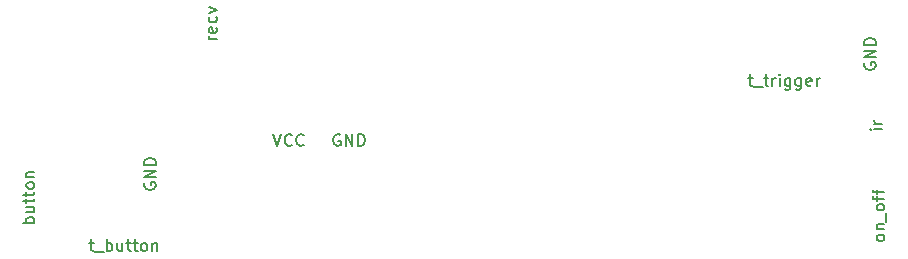
<source format=gbr>
%TF.GenerationSoftware,KiCad,Pcbnew,6.0.10-1.fc36*%
%TF.CreationDate,2023-01-12T14:27:36+01:00*%
%TF.ProjectId,wererabbit_game,77657265-7261-4626-9269-745f67616d65,rev?*%
%TF.SameCoordinates,Original*%
%TF.FileFunction,AssemblyDrawing,Bot*%
%FSLAX46Y46*%
G04 Gerber Fmt 4.6, Leading zero omitted, Abs format (unit mm)*
G04 Created by KiCad (PCBNEW 6.0.10-1.fc36) date 2023-01-12 14:27:36*
%MOMM*%
%LPD*%
G01*
G04 APERTURE LIST*
%ADD10C,0.150000*%
G04 APERTURE END LIST*
D10*
%TO.C,J8a1*%
X104997619Y-123955714D02*
X105378571Y-123955714D01*
X105140476Y-123622380D02*
X105140476Y-124479523D01*
X105188095Y-124574761D01*
X105283333Y-124622380D01*
X105378571Y-124622380D01*
X105473809Y-124717619D02*
X106235714Y-124717619D01*
X106473809Y-124622380D02*
X106473809Y-123622380D01*
X106473809Y-124003333D02*
X106569047Y-123955714D01*
X106759523Y-123955714D01*
X106854761Y-124003333D01*
X106902380Y-124050952D01*
X106950000Y-124146190D01*
X106950000Y-124431904D01*
X106902380Y-124527142D01*
X106854761Y-124574761D01*
X106759523Y-124622380D01*
X106569047Y-124622380D01*
X106473809Y-124574761D01*
X107807142Y-123955714D02*
X107807142Y-124622380D01*
X107378571Y-123955714D02*
X107378571Y-124479523D01*
X107426190Y-124574761D01*
X107521428Y-124622380D01*
X107664285Y-124622380D01*
X107759523Y-124574761D01*
X107807142Y-124527142D01*
X108140476Y-123955714D02*
X108521428Y-123955714D01*
X108283333Y-123622380D02*
X108283333Y-124479523D01*
X108330952Y-124574761D01*
X108426190Y-124622380D01*
X108521428Y-124622380D01*
X108711904Y-123955714D02*
X109092857Y-123955714D01*
X108854761Y-123622380D02*
X108854761Y-124479523D01*
X108902380Y-124574761D01*
X108997619Y-124622380D01*
X109092857Y-124622380D01*
X109569047Y-124622380D02*
X109473809Y-124574761D01*
X109426190Y-124527142D01*
X109378571Y-124431904D01*
X109378571Y-124146190D01*
X109426190Y-124050952D01*
X109473809Y-124003333D01*
X109569047Y-123955714D01*
X109711904Y-123955714D01*
X109807142Y-124003333D01*
X109854761Y-124050952D01*
X109902380Y-124146190D01*
X109902380Y-124431904D01*
X109854761Y-124527142D01*
X109807142Y-124574761D01*
X109711904Y-124622380D01*
X109569047Y-124622380D01*
X110330952Y-123955714D02*
X110330952Y-124622380D01*
X110330952Y-124050952D02*
X110378571Y-124003333D01*
X110473809Y-123955714D01*
X110616666Y-123955714D01*
X110711904Y-124003333D01*
X110759523Y-124098571D01*
X110759523Y-124622380D01*
%TO.C,JGND1*%
X126238095Y-114780000D02*
X126142857Y-114732380D01*
X126000000Y-114732380D01*
X125857142Y-114780000D01*
X125761904Y-114875238D01*
X125714285Y-114970476D01*
X125666666Y-115160952D01*
X125666666Y-115303809D01*
X125714285Y-115494285D01*
X125761904Y-115589523D01*
X125857142Y-115684761D01*
X126000000Y-115732380D01*
X126095238Y-115732380D01*
X126238095Y-115684761D01*
X126285714Y-115637142D01*
X126285714Y-115303809D01*
X126095238Y-115303809D01*
X126714285Y-115732380D02*
X126714285Y-114732380D01*
X127285714Y-115732380D01*
X127285714Y-114732380D01*
X127761904Y-115732380D02*
X127761904Y-114732380D01*
X128000000Y-114732380D01*
X128142857Y-114780000D01*
X128238095Y-114875238D01*
X128285714Y-114970476D01*
X128333333Y-115160952D01*
X128333333Y-115303809D01*
X128285714Y-115494285D01*
X128238095Y-115589523D01*
X128142857Y-115684761D01*
X128000000Y-115732380D01*
X127761904Y-115732380D01*
%TO.C,J8*%
X100352380Y-122252857D02*
X99352380Y-122252857D01*
X99733333Y-122252857D02*
X99685714Y-122157619D01*
X99685714Y-121967142D01*
X99733333Y-121871904D01*
X99780952Y-121824285D01*
X99876190Y-121776666D01*
X100161904Y-121776666D01*
X100257142Y-121824285D01*
X100304761Y-121871904D01*
X100352380Y-121967142D01*
X100352380Y-122157619D01*
X100304761Y-122252857D01*
X99685714Y-120919523D02*
X100352380Y-120919523D01*
X99685714Y-121348095D02*
X100209523Y-121348095D01*
X100304761Y-121300476D01*
X100352380Y-121205238D01*
X100352380Y-121062380D01*
X100304761Y-120967142D01*
X100257142Y-120919523D01*
X99685714Y-120586190D02*
X99685714Y-120205238D01*
X99352380Y-120443333D02*
X100209523Y-120443333D01*
X100304761Y-120395714D01*
X100352380Y-120300476D01*
X100352380Y-120205238D01*
X99685714Y-120014761D02*
X99685714Y-119633809D01*
X99352380Y-119871904D02*
X100209523Y-119871904D01*
X100304761Y-119824285D01*
X100352380Y-119729047D01*
X100352380Y-119633809D01*
X100352380Y-119157619D02*
X100304761Y-119252857D01*
X100257142Y-119300476D01*
X100161904Y-119348095D01*
X99876190Y-119348095D01*
X99780952Y-119300476D01*
X99733333Y-119252857D01*
X99685714Y-119157619D01*
X99685714Y-119014761D01*
X99733333Y-118919523D01*
X99780952Y-118871904D01*
X99876190Y-118824285D01*
X100161904Y-118824285D01*
X100257142Y-118871904D01*
X100304761Y-118919523D01*
X100352380Y-119014761D01*
X100352380Y-119157619D01*
X99685714Y-118395714D02*
X100352380Y-118395714D01*
X99780952Y-118395714D02*
X99733333Y-118348095D01*
X99685714Y-118252857D01*
X99685714Y-118110000D01*
X99733333Y-118014761D01*
X99828571Y-117967142D01*
X100352380Y-117967142D01*
%TO.C,J7a1*%
X160782380Y-109985714D02*
X161163333Y-109985714D01*
X160925238Y-109652380D02*
X160925238Y-110509523D01*
X160972857Y-110604761D01*
X161068095Y-110652380D01*
X161163333Y-110652380D01*
X161258571Y-110747619D02*
X162020476Y-110747619D01*
X162115714Y-109985714D02*
X162496666Y-109985714D01*
X162258571Y-109652380D02*
X162258571Y-110509523D01*
X162306190Y-110604761D01*
X162401428Y-110652380D01*
X162496666Y-110652380D01*
X162830000Y-110652380D02*
X162830000Y-109985714D01*
X162830000Y-110176190D02*
X162877619Y-110080952D01*
X162925238Y-110033333D01*
X163020476Y-109985714D01*
X163115714Y-109985714D01*
X163449047Y-110652380D02*
X163449047Y-109985714D01*
X163449047Y-109652380D02*
X163401428Y-109700000D01*
X163449047Y-109747619D01*
X163496666Y-109700000D01*
X163449047Y-109652380D01*
X163449047Y-109747619D01*
X164353809Y-109985714D02*
X164353809Y-110795238D01*
X164306190Y-110890476D01*
X164258571Y-110938095D01*
X164163333Y-110985714D01*
X164020476Y-110985714D01*
X163925238Y-110938095D01*
X164353809Y-110604761D02*
X164258571Y-110652380D01*
X164068095Y-110652380D01*
X163972857Y-110604761D01*
X163925238Y-110557142D01*
X163877619Y-110461904D01*
X163877619Y-110176190D01*
X163925238Y-110080952D01*
X163972857Y-110033333D01*
X164068095Y-109985714D01*
X164258571Y-109985714D01*
X164353809Y-110033333D01*
X165258571Y-109985714D02*
X165258571Y-110795238D01*
X165210952Y-110890476D01*
X165163333Y-110938095D01*
X165068095Y-110985714D01*
X164925238Y-110985714D01*
X164830000Y-110938095D01*
X165258571Y-110604761D02*
X165163333Y-110652380D01*
X164972857Y-110652380D01*
X164877619Y-110604761D01*
X164830000Y-110557142D01*
X164782380Y-110461904D01*
X164782380Y-110176190D01*
X164830000Y-110080952D01*
X164877619Y-110033333D01*
X164972857Y-109985714D01*
X165163333Y-109985714D01*
X165258571Y-110033333D01*
X166115714Y-110604761D02*
X166020476Y-110652380D01*
X165830000Y-110652380D01*
X165734761Y-110604761D01*
X165687142Y-110509523D01*
X165687142Y-110128571D01*
X165734761Y-110033333D01*
X165830000Y-109985714D01*
X166020476Y-109985714D01*
X166115714Y-110033333D01*
X166163333Y-110128571D01*
X166163333Y-110223809D01*
X165687142Y-110319047D01*
X166591904Y-110652380D02*
X166591904Y-109985714D01*
X166591904Y-110176190D02*
X166639523Y-110080952D01*
X166687142Y-110033333D01*
X166782380Y-109985714D01*
X166877619Y-109985714D01*
%TO.C,J10*%
X172332380Y-123578571D02*
X172284761Y-123673809D01*
X172237142Y-123721428D01*
X172141904Y-123769047D01*
X171856190Y-123769047D01*
X171760952Y-123721428D01*
X171713333Y-123673809D01*
X171665714Y-123578571D01*
X171665714Y-123435714D01*
X171713333Y-123340476D01*
X171760952Y-123292857D01*
X171856190Y-123245238D01*
X172141904Y-123245238D01*
X172237142Y-123292857D01*
X172284761Y-123340476D01*
X172332380Y-123435714D01*
X172332380Y-123578571D01*
X171665714Y-122816666D02*
X172332380Y-122816666D01*
X171760952Y-122816666D02*
X171713333Y-122769047D01*
X171665714Y-122673809D01*
X171665714Y-122530952D01*
X171713333Y-122435714D01*
X171808571Y-122388095D01*
X172332380Y-122388095D01*
X172427619Y-122150000D02*
X172427619Y-121388095D01*
X172332380Y-121007142D02*
X172284761Y-121102380D01*
X172237142Y-121150000D01*
X172141904Y-121197619D01*
X171856190Y-121197619D01*
X171760952Y-121150000D01*
X171713333Y-121102380D01*
X171665714Y-121007142D01*
X171665714Y-120864285D01*
X171713333Y-120769047D01*
X171760952Y-120721428D01*
X171856190Y-120673809D01*
X172141904Y-120673809D01*
X172237142Y-120721428D01*
X172284761Y-120769047D01*
X172332380Y-120864285D01*
X172332380Y-121007142D01*
X171665714Y-120388095D02*
X171665714Y-120007142D01*
X172332380Y-120245238D02*
X171475238Y-120245238D01*
X171380000Y-120197619D01*
X171332380Y-120102380D01*
X171332380Y-120007142D01*
X171665714Y-119816666D02*
X171665714Y-119435714D01*
X172332380Y-119673809D02*
X171475238Y-119673809D01*
X171380000Y-119626190D01*
X171332380Y-119530952D01*
X171332380Y-119435714D01*
%TO.C,JGND3*%
X170660000Y-108711904D02*
X170612380Y-108807142D01*
X170612380Y-108950000D01*
X170660000Y-109092857D01*
X170755238Y-109188095D01*
X170850476Y-109235714D01*
X171040952Y-109283333D01*
X171183809Y-109283333D01*
X171374285Y-109235714D01*
X171469523Y-109188095D01*
X171564761Y-109092857D01*
X171612380Y-108950000D01*
X171612380Y-108854761D01*
X171564761Y-108711904D01*
X171517142Y-108664285D01*
X171183809Y-108664285D01*
X171183809Y-108854761D01*
X171612380Y-108235714D02*
X170612380Y-108235714D01*
X171612380Y-107664285D01*
X170612380Y-107664285D01*
X171612380Y-107188095D02*
X170612380Y-107188095D01*
X170612380Y-106950000D01*
X170660000Y-106807142D01*
X170755238Y-106711904D01*
X170850476Y-106664285D01*
X171040952Y-106616666D01*
X171183809Y-106616666D01*
X171374285Y-106664285D01*
X171469523Y-106711904D01*
X171564761Y-106807142D01*
X171612380Y-106950000D01*
X171612380Y-107188095D01*
%TO.C,J6*%
X172122380Y-114339523D02*
X171455714Y-114339523D01*
X171122380Y-114339523D02*
X171170000Y-114387142D01*
X171217619Y-114339523D01*
X171170000Y-114291904D01*
X171122380Y-114339523D01*
X171217619Y-114339523D01*
X172122380Y-113863333D02*
X171455714Y-113863333D01*
X171646190Y-113863333D02*
X171550952Y-113815714D01*
X171503333Y-113768095D01*
X171455714Y-113672857D01*
X171455714Y-113577619D01*
%TO.C,J9*%
X115792380Y-106719523D02*
X115125714Y-106719523D01*
X115316190Y-106719523D02*
X115220952Y-106671904D01*
X115173333Y-106624285D01*
X115125714Y-106529047D01*
X115125714Y-106433809D01*
X115744761Y-105719523D02*
X115792380Y-105814761D01*
X115792380Y-106005238D01*
X115744761Y-106100476D01*
X115649523Y-106148095D01*
X115268571Y-106148095D01*
X115173333Y-106100476D01*
X115125714Y-106005238D01*
X115125714Y-105814761D01*
X115173333Y-105719523D01*
X115268571Y-105671904D01*
X115363809Y-105671904D01*
X115459047Y-106148095D01*
X115744761Y-104814761D02*
X115792380Y-104910000D01*
X115792380Y-105100476D01*
X115744761Y-105195714D01*
X115697142Y-105243333D01*
X115601904Y-105290952D01*
X115316190Y-105290952D01*
X115220952Y-105243333D01*
X115173333Y-105195714D01*
X115125714Y-105100476D01*
X115125714Y-104910000D01*
X115173333Y-104814761D01*
X115125714Y-104481428D02*
X115792380Y-104243333D01*
X115125714Y-104005238D01*
%TO.C,JGND2*%
X109700000Y-118871904D02*
X109652380Y-118967142D01*
X109652380Y-119110000D01*
X109700000Y-119252857D01*
X109795238Y-119348095D01*
X109890476Y-119395714D01*
X110080952Y-119443333D01*
X110223809Y-119443333D01*
X110414285Y-119395714D01*
X110509523Y-119348095D01*
X110604761Y-119252857D01*
X110652380Y-119110000D01*
X110652380Y-119014761D01*
X110604761Y-118871904D01*
X110557142Y-118824285D01*
X110223809Y-118824285D01*
X110223809Y-119014761D01*
X110652380Y-118395714D02*
X109652380Y-118395714D01*
X110652380Y-117824285D01*
X109652380Y-117824285D01*
X110652380Y-117348095D02*
X109652380Y-117348095D01*
X109652380Y-117110000D01*
X109700000Y-116967142D01*
X109795238Y-116871904D01*
X109890476Y-116824285D01*
X110080952Y-116776666D01*
X110223809Y-116776666D01*
X110414285Y-116824285D01*
X110509523Y-116871904D01*
X110604761Y-116967142D01*
X110652380Y-117110000D01*
X110652380Y-117348095D01*
%TO.C,Jvcc1*%
X120586666Y-114732380D02*
X120920000Y-115732380D01*
X121253333Y-114732380D01*
X122158095Y-115637142D02*
X122110476Y-115684761D01*
X121967619Y-115732380D01*
X121872380Y-115732380D01*
X121729523Y-115684761D01*
X121634285Y-115589523D01*
X121586666Y-115494285D01*
X121539047Y-115303809D01*
X121539047Y-115160952D01*
X121586666Y-114970476D01*
X121634285Y-114875238D01*
X121729523Y-114780000D01*
X121872380Y-114732380D01*
X121967619Y-114732380D01*
X122110476Y-114780000D01*
X122158095Y-114827619D01*
X123158095Y-115637142D02*
X123110476Y-115684761D01*
X122967619Y-115732380D01*
X122872380Y-115732380D01*
X122729523Y-115684761D01*
X122634285Y-115589523D01*
X122586666Y-115494285D01*
X122539047Y-115303809D01*
X122539047Y-115160952D01*
X122586666Y-114970476D01*
X122634285Y-114875238D01*
X122729523Y-114780000D01*
X122872380Y-114732380D01*
X122967619Y-114732380D01*
X123110476Y-114780000D01*
X123158095Y-114827619D01*
%TD*%
M02*

</source>
